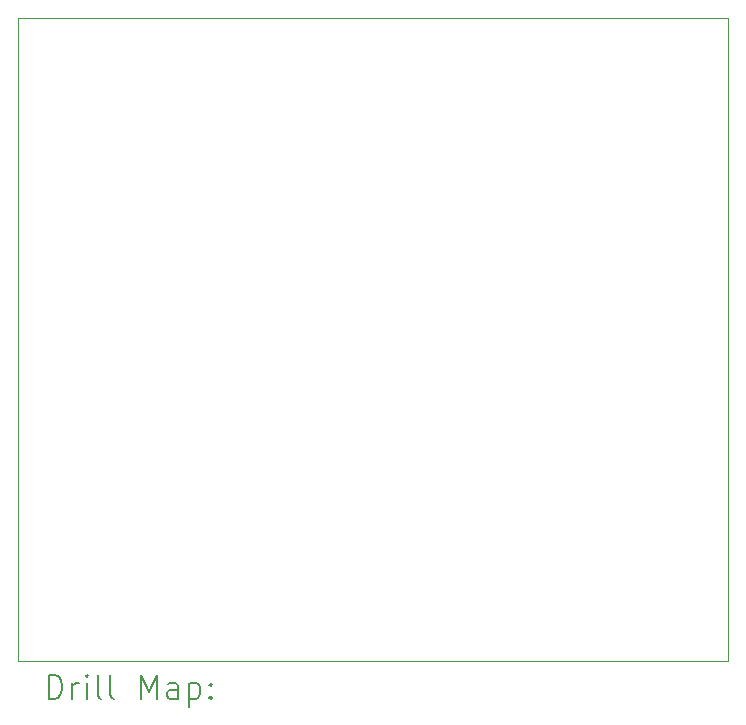
<source format=gbr>
%TF.GenerationSoftware,KiCad,Pcbnew,8.0.2*%
%TF.CreationDate,2024-09-03T17:09:09+02:00*%
%TF.ProjectId,AMS_IMD_Reset,414d535f-494d-4445-9f52-657365742e6b,rev?*%
%TF.SameCoordinates,Original*%
%TF.FileFunction,Drillmap*%
%TF.FilePolarity,Positive*%
%FSLAX45Y45*%
G04 Gerber Fmt 4.5, Leading zero omitted, Abs format (unit mm)*
G04 Created by KiCad (PCBNEW 8.0.2) date 2024-09-03 17:09:09*
%MOMM*%
%LPD*%
G01*
G04 APERTURE LIST*
%ADD10C,0.100000*%
%ADD11C,0.200000*%
G04 APERTURE END LIST*
D10*
X14441220Y-6675120D02*
X20452040Y-6675120D01*
X20452040Y-12120880D01*
X14441220Y-12120880D01*
X14441220Y-6675120D01*
D11*
X14696997Y-12437364D02*
X14696997Y-12237364D01*
X14696997Y-12237364D02*
X14744616Y-12237364D01*
X14744616Y-12237364D02*
X14773187Y-12246888D01*
X14773187Y-12246888D02*
X14792235Y-12265935D01*
X14792235Y-12265935D02*
X14801759Y-12284983D01*
X14801759Y-12284983D02*
X14811282Y-12323078D01*
X14811282Y-12323078D02*
X14811282Y-12351649D01*
X14811282Y-12351649D02*
X14801759Y-12389745D01*
X14801759Y-12389745D02*
X14792235Y-12408792D01*
X14792235Y-12408792D02*
X14773187Y-12427840D01*
X14773187Y-12427840D02*
X14744616Y-12437364D01*
X14744616Y-12437364D02*
X14696997Y-12437364D01*
X14896997Y-12437364D02*
X14896997Y-12304030D01*
X14896997Y-12342126D02*
X14906521Y-12323078D01*
X14906521Y-12323078D02*
X14916044Y-12313554D01*
X14916044Y-12313554D02*
X14935092Y-12304030D01*
X14935092Y-12304030D02*
X14954140Y-12304030D01*
X15020806Y-12437364D02*
X15020806Y-12304030D01*
X15020806Y-12237364D02*
X15011282Y-12246888D01*
X15011282Y-12246888D02*
X15020806Y-12256411D01*
X15020806Y-12256411D02*
X15030330Y-12246888D01*
X15030330Y-12246888D02*
X15020806Y-12237364D01*
X15020806Y-12237364D02*
X15020806Y-12256411D01*
X15144616Y-12437364D02*
X15125568Y-12427840D01*
X15125568Y-12427840D02*
X15116044Y-12408792D01*
X15116044Y-12408792D02*
X15116044Y-12237364D01*
X15249378Y-12437364D02*
X15230330Y-12427840D01*
X15230330Y-12427840D02*
X15220806Y-12408792D01*
X15220806Y-12408792D02*
X15220806Y-12237364D01*
X15477949Y-12437364D02*
X15477949Y-12237364D01*
X15477949Y-12237364D02*
X15544616Y-12380221D01*
X15544616Y-12380221D02*
X15611282Y-12237364D01*
X15611282Y-12237364D02*
X15611282Y-12437364D01*
X15792235Y-12437364D02*
X15792235Y-12332602D01*
X15792235Y-12332602D02*
X15782711Y-12313554D01*
X15782711Y-12313554D02*
X15763663Y-12304030D01*
X15763663Y-12304030D02*
X15725568Y-12304030D01*
X15725568Y-12304030D02*
X15706521Y-12313554D01*
X15792235Y-12427840D02*
X15773187Y-12437364D01*
X15773187Y-12437364D02*
X15725568Y-12437364D01*
X15725568Y-12437364D02*
X15706521Y-12427840D01*
X15706521Y-12427840D02*
X15696997Y-12408792D01*
X15696997Y-12408792D02*
X15696997Y-12389745D01*
X15696997Y-12389745D02*
X15706521Y-12370697D01*
X15706521Y-12370697D02*
X15725568Y-12361173D01*
X15725568Y-12361173D02*
X15773187Y-12361173D01*
X15773187Y-12361173D02*
X15792235Y-12351649D01*
X15887473Y-12304030D02*
X15887473Y-12504030D01*
X15887473Y-12313554D02*
X15906521Y-12304030D01*
X15906521Y-12304030D02*
X15944616Y-12304030D01*
X15944616Y-12304030D02*
X15963663Y-12313554D01*
X15963663Y-12313554D02*
X15973187Y-12323078D01*
X15973187Y-12323078D02*
X15982711Y-12342126D01*
X15982711Y-12342126D02*
X15982711Y-12399268D01*
X15982711Y-12399268D02*
X15973187Y-12418316D01*
X15973187Y-12418316D02*
X15963663Y-12427840D01*
X15963663Y-12427840D02*
X15944616Y-12437364D01*
X15944616Y-12437364D02*
X15906521Y-12437364D01*
X15906521Y-12437364D02*
X15887473Y-12427840D01*
X16068425Y-12418316D02*
X16077949Y-12427840D01*
X16077949Y-12427840D02*
X16068425Y-12437364D01*
X16068425Y-12437364D02*
X16058902Y-12427840D01*
X16058902Y-12427840D02*
X16068425Y-12418316D01*
X16068425Y-12418316D02*
X16068425Y-12437364D01*
X16068425Y-12313554D02*
X16077949Y-12323078D01*
X16077949Y-12323078D02*
X16068425Y-12332602D01*
X16068425Y-12332602D02*
X16058902Y-12323078D01*
X16058902Y-12323078D02*
X16068425Y-12313554D01*
X16068425Y-12313554D02*
X16068425Y-12332602D01*
M02*

</source>
